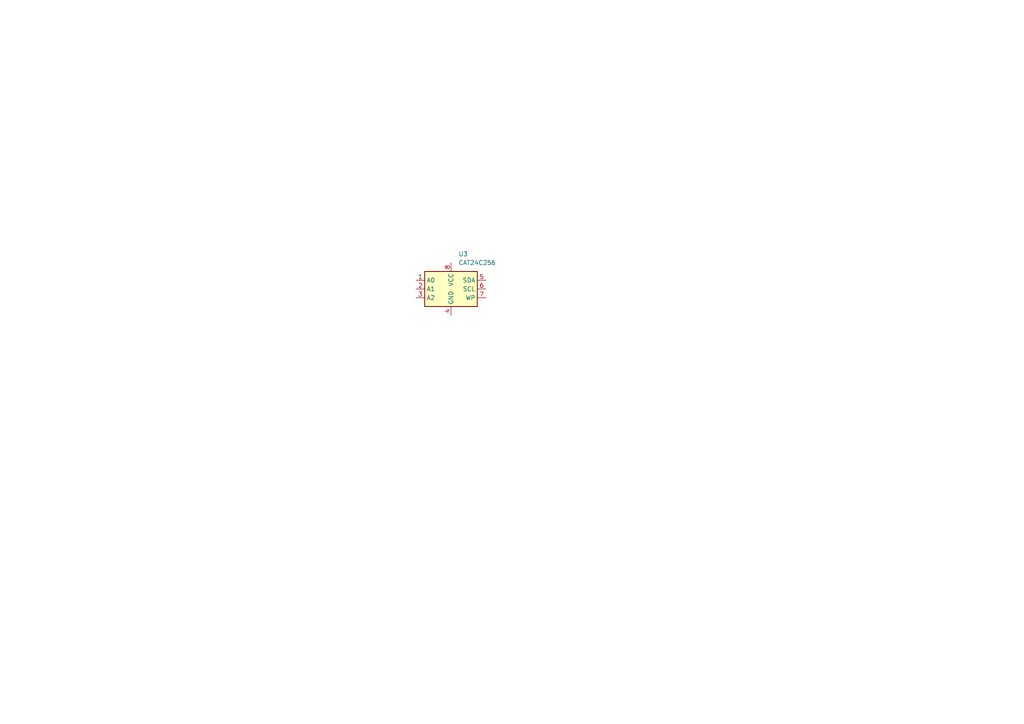
<source format=kicad_sch>
(kicad_sch (version 20250114) (generator "eeschema") (generator_version "9.0")
  (paper "A4")
  (lib_symbols
    (symbol "Memory_EEPROM:CAT24C256"
      (property "Reference" "U" (at -6.35 6.35 0))
      (property "Value" "CAT24C256" (at 1.27 6.35 0))
      (symbol "CAT24C256_1_1"
        (rectangle (start -7.62 5.08) (end 7.62 -5.08) (stroke (width 0.254)) (fill (type background)))
        (pin input line (at -10.16 2.54 0) (length 2.54) (name "A0") (number "1"))
        (pin input line (at -10.16 0 0) (length 2.54) (name "A1") (number "2"))
        (pin input line (at -10.16 -2.54 0) (length 2.54) (name "A2") (number "3"))
        (pin power_in line (at 0 7.62 270) (length 2.54) (name "VCC") (number "8"))
        (pin power_in line (at 0 -7.62 90) (length 2.54) (name "GND") (number "4"))
        (pin bidirectional line (at 10.16 2.54 180) (length 2.54) (name "SDA") (number "5"))
        (pin input line (at 10.16 0 180) (length 2.54) (name "SCL") (number "6"))
        (pin input line (at 10.16 -2.54 180) (length 2.54) (name "WP") (number "7"))
      )
    )
  )
  (symbol (lib_id "Memory_EEPROM:CAT24C256") (at 130.81 83.82 0) (unit 1)
    (property "Reference" "U3" (at 132.9533 73.66 0) (effects (justify left)))
    (property "Value" "CAT24C256" (at 132.9533 76.2 0) (effects (justify left)))
    (property "Datasheet" "https://www.onsemi.cn/PowerSolutions/document/CAT24C256-D.PDF" (effects (hide yes)))
    (property "Description" "256 kb CMOS Serial EEPROM, DIP-8/SOIC-8/TSSOP-8/DFN-8" (effects (hide yes)))
  )
)
</source>
